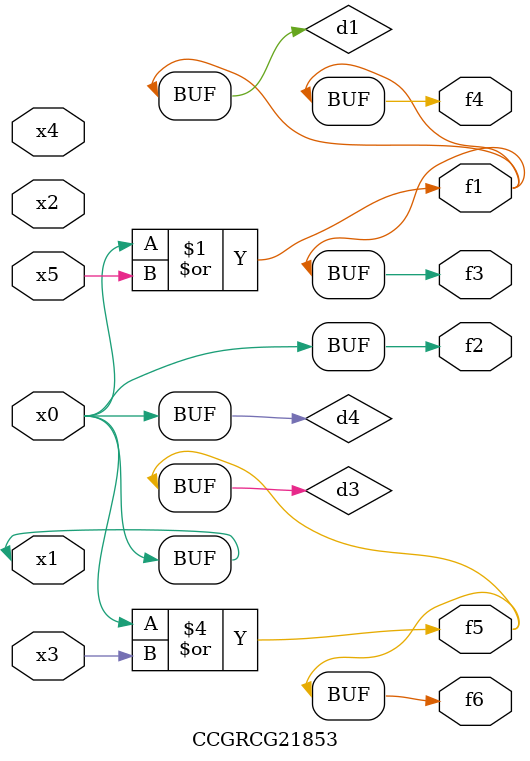
<source format=v>
module CCGRCG21853(
	input x0, x1, x2, x3, x4, x5,
	output f1, f2, f3, f4, f5, f6
);

	wire d1, d2, d3, d4;

	or (d1, x0, x5);
	xnor (d2, x1, x4);
	or (d3, x0, x3);
	buf (d4, x0, x1);
	assign f1 = d1;
	assign f2 = d4;
	assign f3 = d1;
	assign f4 = d1;
	assign f5 = d3;
	assign f6 = d3;
endmodule

</source>
